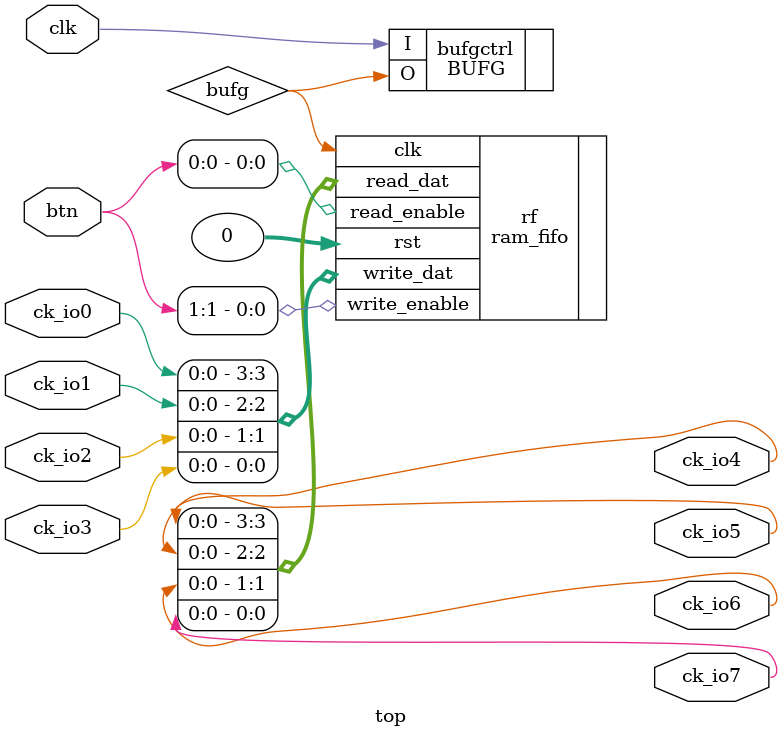
<source format=v>
module top (
    input clk,
    input [1:0] btn,
    input ck_io0,
    input ck_io1,
    input ck_io2,
    input ck_io3,
    output ck_io4,
    output ck_io5,
    output ck_io6,
    output ck_io7,
);

  wire bufg;
  BUFG bufgctrl (
      .I(clk),
      .O(bufg)
  );

  ram_fifo #(.DAT_WID(4), .FIFO_DEPTH(65535/2), .FIFO_DEPTH_WID(16) ) rf (
	  .clk(bufg),
	  .rst(0),
	  .read_enable(btn[0]),
	  .write_enable(btn[1]),
	  .write_dat({ck_io0,ck_io1,ck_io2,ck_io3}),
	  .read_dat({ck_io4,ck_io5,ck_io6,ck_io7})
  );
endmodule

</source>
